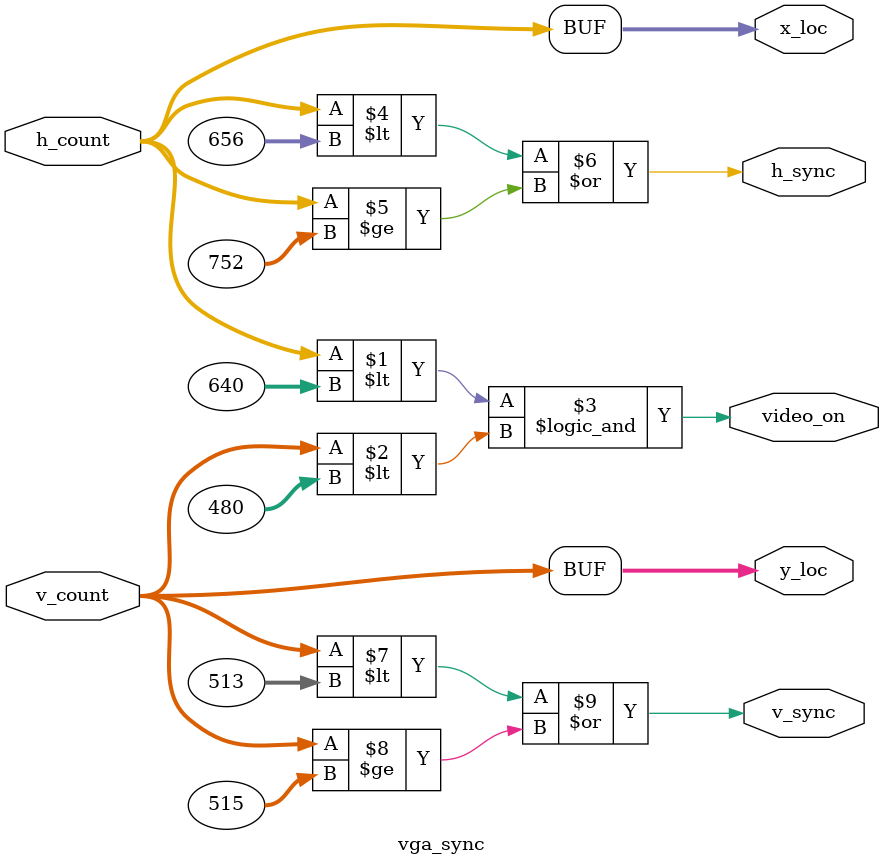
<source format=v>
`timescale 1ns / 1ps

module vga_sync(
    input[9:0] h_count, // from h_counter module
    input[9:0] v_count, // from v_counter module
    output h_sync, // when to move to next row
    output v_sync, // when to move back to top of screen
    output video_on, // active area
    output[9:0] x_loc, // current x location of the pixel
    output[9:0] y_loc // current y location of the pixel
    );

// Horizontal
localparam HD = 640; // Horizontal Display Area
localparam HF = 16; // Horizontal (Front Porch) Right Border
localparam HB = 48; // Horizontal (Back Porch) Left Border
localparam HR = 96; // Horizontal Retrace

// Vertical
localparam VD = 480; // Vertical Display Area
localparam VF = 33; // Vertical (Front Porch) Bottom Border 
localparam VB =  10; // Vertical (Back Porch) Top Border
localparam VR =  2; // Vertical Retrace

// Logics
assign video_on = h_count < HD && v_count < VD; // if in the displayable region then 1 else 0
assign x_loc = h_count; // x location same as h_count from prev module
assign y_loc = v_count; // y location same as v_count from prev module
assign h_sync = h_count < HD + HF | h_count >= HD + HF + HR; // stays 1 for left to right then 0 resets back to left
assign v_sync = v_count < VD + VF | v_count >= VD + VF + VR; // stays 1 for up to down then 0 resets back to up

endmodule
</source>
